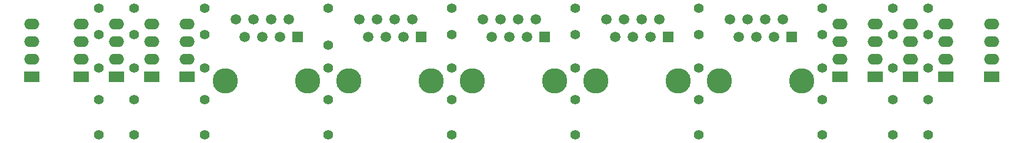
<source format=gbr>
G04 #@! TF.FileFunction,Soldermask,Bot*
%FSLAX46Y46*%
G04 Gerber Fmt 4.6, Leading zero omitted, Abs format (unit mm)*
G04 Created by KiCad (PCBNEW 0.201509030901+6151~29~ubuntu14.04.1-product) date dom 13 set 2015 15:09:35 CEST*
%MOMM*%
G01*
G04 APERTURE LIST*
%ADD10C,0.100000*%
%ADD11C,1.400000*%
%ADD12C,3.649980*%
%ADD13R,1.501140X1.501140*%
%ADD14C,1.501140*%
%ADD15R,2.199640X1.524000*%
%ADD16O,2.199640X1.524000*%
G04 APERTURE END LIST*
D10*
D11*
X44450000Y-112522000D03*
X44450000Y-107442000D03*
X44450000Y-102870000D03*
X44450000Y-98044000D03*
X44450000Y-94234000D03*
X163830000Y-112522000D03*
X163830000Y-107442000D03*
X163830000Y-102870000D03*
X163830000Y-98044000D03*
X163830000Y-94234000D03*
X158750000Y-112522000D03*
X158750000Y-107442000D03*
X158750000Y-102870000D03*
X158750000Y-98044000D03*
X158750000Y-94234000D03*
X148590000Y-112522000D03*
X130810000Y-112522000D03*
X113030000Y-112522000D03*
X95250000Y-112522000D03*
X77470000Y-112522000D03*
X59690000Y-112522000D03*
X148590000Y-107442000D03*
X130810000Y-107442000D03*
X113030000Y-107442000D03*
X95250000Y-107442000D03*
X77470000Y-107442000D03*
X59690000Y-107442000D03*
X148590000Y-102870000D03*
X130810000Y-102870000D03*
X113030000Y-102870000D03*
X95250000Y-102870000D03*
X77470000Y-102870000D03*
X59690000Y-102870000D03*
X148590000Y-98044000D03*
X130810000Y-98044000D03*
X113030000Y-98044000D03*
X95250000Y-98044000D03*
X77470000Y-99615000D03*
X59690000Y-98044000D03*
X148590000Y-94234000D03*
X130810000Y-94234000D03*
X113030000Y-94234000D03*
X95250000Y-94234000D03*
X77470000Y-94234000D03*
X59690000Y-94234000D03*
X49530000Y-112522000D03*
X49530000Y-107442000D03*
X49530000Y-102870000D03*
X49530000Y-98044000D03*
D12*
X80421480Y-104775000D03*
X92290900Y-104775000D03*
D13*
X90805000Y-98425000D03*
D14*
X89535000Y-95885000D03*
X88265000Y-98425000D03*
X86995000Y-95885000D03*
X85725000Y-98425000D03*
X84455000Y-95885000D03*
X83185000Y-98425000D03*
X81915000Y-95885000D03*
D15*
X151130000Y-104140000D03*
D16*
X151130000Y-101600000D03*
X151130000Y-99060000D03*
X151130000Y-96520000D03*
D15*
X156210000Y-104140000D03*
D16*
X156210000Y-101600000D03*
X156210000Y-99060000D03*
X156210000Y-96520000D03*
D15*
X161290000Y-104140000D03*
D16*
X161290000Y-101600000D03*
X161290000Y-99060000D03*
X161290000Y-96520000D03*
D15*
X166370000Y-104140000D03*
D16*
X166370000Y-101600000D03*
X166370000Y-99060000D03*
X166370000Y-96520000D03*
D15*
X172974000Y-104140000D03*
D16*
X172974000Y-101600000D03*
X172974000Y-99060000D03*
X172974000Y-96520000D03*
D15*
X57150000Y-104140000D03*
D16*
X57150000Y-101600000D03*
X57150000Y-99060000D03*
X57150000Y-96520000D03*
D15*
X52070000Y-104140000D03*
D16*
X52070000Y-101600000D03*
X52070000Y-99060000D03*
X52070000Y-96520000D03*
D15*
X46990000Y-104140000D03*
D16*
X46990000Y-101600000D03*
X46990000Y-99060000D03*
X46990000Y-96520000D03*
D15*
X41910000Y-104140000D03*
D16*
X41910000Y-101600000D03*
X41910000Y-99060000D03*
X41910000Y-96520000D03*
D15*
X34798000Y-104140000D03*
D16*
X34798000Y-101600000D03*
X34798000Y-99060000D03*
X34798000Y-96520000D03*
D12*
X62641480Y-104775000D03*
X74510900Y-104775000D03*
D13*
X73025000Y-98425000D03*
D14*
X71755000Y-95885000D03*
X70485000Y-98425000D03*
X69215000Y-95885000D03*
X67945000Y-98425000D03*
X66675000Y-95885000D03*
X65405000Y-98425000D03*
X64135000Y-95885000D03*
D12*
X98201480Y-104775000D03*
X110070900Y-104775000D03*
D13*
X108585000Y-98425000D03*
D14*
X107315000Y-95885000D03*
X106045000Y-98425000D03*
X104775000Y-95885000D03*
X103505000Y-98425000D03*
X102235000Y-95885000D03*
X100965000Y-98425000D03*
X99695000Y-95885000D03*
D12*
X115981480Y-104775000D03*
X127850900Y-104775000D03*
D13*
X126365000Y-98425000D03*
D14*
X125095000Y-95885000D03*
X123825000Y-98425000D03*
X122555000Y-95885000D03*
X121285000Y-98425000D03*
X120015000Y-95885000D03*
X118745000Y-98425000D03*
X117475000Y-95885000D03*
D12*
X133761480Y-104775000D03*
X145630900Y-104775000D03*
D13*
X144145000Y-98425000D03*
D14*
X142875000Y-95885000D03*
X141605000Y-98425000D03*
X140335000Y-95885000D03*
X139065000Y-98425000D03*
X137795000Y-95885000D03*
X136525000Y-98425000D03*
X135255000Y-95885000D03*
D11*
X49530000Y-94234000D03*
M02*

</source>
